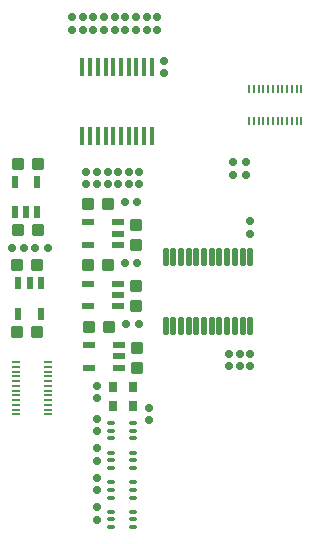
<source format=gbr>
G04*
G04 #@! TF.GenerationSoftware,Altium Limited,Altium Designer,24.9.1 (31)*
G04*
G04 Layer_Color=128*
%FSLAX44Y44*%
%MOMM*%
G71*
G04*
G04 #@! TF.SameCoordinates,B31CAF09-BB74-4FAA-89E9-8BE817FA7118*
G04*
G04*
G04 #@! TF.FilePolarity,Positive*
G04*
G01*
G75*
G04:AMPARAMS|DCode=17|XSize=0.65mm|YSize=0.6mm|CornerRadius=0.15mm|HoleSize=0mm|Usage=FLASHONLY|Rotation=270.000|XOffset=0mm|YOffset=0mm|HoleType=Round|Shape=RoundedRectangle|*
%AMROUNDEDRECTD17*
21,1,0.6500,0.3000,0,0,270.0*
21,1,0.3500,0.6000,0,0,270.0*
1,1,0.3000,-0.1500,-0.1750*
1,1,0.3000,-0.1500,0.1750*
1,1,0.3000,0.1500,0.1750*
1,1,0.3000,0.1500,-0.1750*
%
%ADD17ROUNDEDRECTD17*%
%ADD19R,0.6500X0.8500*%
%ADD21R,0.2300X0.7000*%
%ADD22R,0.7000X0.2300*%
%ADD24R,1.1000X0.6000*%
G04:AMPARAMS|DCode=25|XSize=0.65mm|YSize=0.6mm|CornerRadius=0.15mm|HoleSize=0mm|Usage=FLASHONLY|Rotation=180.000|XOffset=0mm|YOffset=0mm|HoleType=Round|Shape=RoundedRectangle|*
%AMROUNDEDRECTD25*
21,1,0.6500,0.3000,0,0,180.0*
21,1,0.3500,0.6000,0,0,180.0*
1,1,0.3000,-0.1750,0.1500*
1,1,0.3000,0.1750,0.1500*
1,1,0.3000,0.1750,-0.1500*
1,1,0.3000,-0.1750,-0.1500*
%
%ADD25ROUNDEDRECTD25*%
G04:AMPARAMS|DCode=26|XSize=1.1mm|YSize=1mm|CornerRadius=0.25mm|HoleSize=0mm|Usage=FLASHONLY|Rotation=180.000|XOffset=0mm|YOffset=0mm|HoleType=Round|Shape=RoundedRectangle|*
%AMROUNDEDRECTD26*
21,1,1.1000,0.5000,0,0,180.0*
21,1,0.6000,1.0000,0,0,180.0*
1,1,0.5000,-0.3000,0.2500*
1,1,0.5000,0.3000,0.2500*
1,1,0.5000,0.3000,-0.2500*
1,1,0.5000,-0.3000,-0.2500*
%
%ADD26ROUNDEDRECTD26*%
%ADD27R,0.6000X1.1000*%
G04:AMPARAMS|DCode=28|XSize=1.1mm|YSize=1mm|CornerRadius=0.25mm|HoleSize=0mm|Usage=FLASHONLY|Rotation=270.000|XOffset=0mm|YOffset=0mm|HoleType=Round|Shape=RoundedRectangle|*
%AMROUNDEDRECTD28*
21,1,1.1000,0.5000,0,0,270.0*
21,1,0.6000,1.0000,0,0,270.0*
1,1,0.5000,-0.2500,-0.3000*
1,1,0.5000,-0.2500,0.3000*
1,1,0.5000,0.2500,0.3000*
1,1,0.5000,0.2500,-0.3000*
%
%ADD28ROUNDEDRECTD28*%
G04:AMPARAMS|DCode=29|XSize=0.3mm|YSize=0.66mm|CornerRadius=0.075mm|HoleSize=0mm|Usage=FLASHONLY|Rotation=270.000|XOffset=0mm|YOffset=0mm|HoleType=Round|Shape=RoundedRectangle|*
%AMROUNDEDRECTD29*
21,1,0.3000,0.5100,0,0,270.0*
21,1,0.1500,0.6600,0,0,270.0*
1,1,0.1500,-0.2550,-0.0750*
1,1,0.1500,-0.2550,0.0750*
1,1,0.1500,0.2550,0.0750*
1,1,0.1500,0.2550,-0.0750*
%
%ADD29ROUNDEDRECTD29*%
G04:AMPARAMS|DCode=30|XSize=1.5mm|YSize=0.45mm|CornerRadius=0.1125mm|HoleSize=0mm|Usage=FLASHONLY|Rotation=90.000|XOffset=0mm|YOffset=0mm|HoleType=Round|Shape=RoundedRectangle|*
%AMROUNDEDRECTD30*
21,1,1.5000,0.2250,0,0,90.0*
21,1,1.2750,0.4500,0,0,90.0*
1,1,0.2250,0.1125,0.6375*
1,1,0.2250,0.1125,-0.6375*
1,1,0.2250,-0.1125,-0.6375*
1,1,0.2250,-0.1125,0.6375*
%
%ADD30ROUNDEDRECTD30*%
G04:AMPARAMS|DCode=31|XSize=1.5mm|YSize=0.4mm|CornerRadius=0.1mm|HoleSize=0mm|Usage=FLASHONLY|Rotation=90.000|XOffset=0mm|YOffset=0mm|HoleType=Round|Shape=RoundedRectangle|*
%AMROUNDEDRECTD31*
21,1,1.5000,0.2000,0,0,90.0*
21,1,1.3000,0.4000,0,0,90.0*
1,1,0.2000,0.1000,0.6500*
1,1,0.2000,0.1000,-0.6500*
1,1,0.2000,-0.1000,-0.6500*
1,1,0.2000,-0.1000,0.6500*
%
%ADD31ROUNDEDRECTD31*%
D17*
X205000Y320750D02*
D03*
Y331250D02*
D03*
X194000Y320750D02*
D03*
Y331250D02*
D03*
X70000Y323250D02*
D03*
Y312750D02*
D03*
X79000D02*
D03*
Y323250D02*
D03*
X88000Y312750D02*
D03*
Y323250D02*
D03*
X97000Y312750D02*
D03*
Y323250D02*
D03*
X106000D02*
D03*
Y312750D02*
D03*
X79000Y142250D02*
D03*
Y131750D02*
D03*
X123000Y123250D02*
D03*
Y112750D02*
D03*
X79000Y114250D02*
D03*
Y103750D02*
D03*
Y89250D02*
D03*
Y78750D02*
D03*
Y53750D02*
D03*
Y64250D02*
D03*
Y28750D02*
D03*
Y39250D02*
D03*
X191000Y158750D02*
D03*
Y169250D02*
D03*
X200000D02*
D03*
Y158750D02*
D03*
X209000Y169250D02*
D03*
Y158750D02*
D03*
Y281250D02*
D03*
Y270750D02*
D03*
X115000Y323250D02*
D03*
Y312750D02*
D03*
X121000Y443750D02*
D03*
Y454250D02*
D03*
X94000Y454250D02*
D03*
Y443750D02*
D03*
X58000Y443750D02*
D03*
Y454250D02*
D03*
X76000D02*
D03*
Y443750D02*
D03*
X85000Y454250D02*
D03*
Y443750D02*
D03*
X67000D02*
D03*
Y454250D02*
D03*
X103000Y443750D02*
D03*
Y454250D02*
D03*
X130000Y443750D02*
D03*
Y454250D02*
D03*
X112000Y454250D02*
D03*
Y443750D02*
D03*
X136000Y417250D02*
D03*
Y406750D02*
D03*
D19*
X109250Y140750D02*
D03*
X92750D02*
D03*
Y125250D02*
D03*
X109250D02*
D03*
D21*
X208000Y366450D02*
D03*
Y393550D02*
D03*
X212000Y366450D02*
D03*
Y393550D02*
D03*
X216000Y366450D02*
D03*
Y393550D02*
D03*
X220000Y366450D02*
D03*
Y393550D02*
D03*
X224000Y366450D02*
D03*
Y393550D02*
D03*
X228000Y366450D02*
D03*
Y393550D02*
D03*
X232000Y366450D02*
D03*
Y393550D02*
D03*
X236000Y366450D02*
D03*
Y393550D02*
D03*
X240000Y366450D02*
D03*
Y393550D02*
D03*
X244000Y366450D02*
D03*
Y393550D02*
D03*
X248000Y366450D02*
D03*
Y393550D02*
D03*
X252000Y366450D02*
D03*
Y393550D02*
D03*
D22*
X10450Y162000D02*
D03*
X37550D02*
D03*
X10450Y158000D02*
D03*
X37550D02*
D03*
X10450Y154000D02*
D03*
X37550D02*
D03*
X10450Y150000D02*
D03*
X37550D02*
D03*
X10450Y146000D02*
D03*
X37550D02*
D03*
X10450Y142000D02*
D03*
X37550D02*
D03*
X10450Y138000D02*
D03*
X37550D02*
D03*
X10450Y134000D02*
D03*
X37550D02*
D03*
X10450Y130000D02*
D03*
X37550D02*
D03*
X10450Y126000D02*
D03*
X37550D02*
D03*
X10450Y122000D02*
D03*
X37550D02*
D03*
X10450Y118000D02*
D03*
X37550D02*
D03*
D24*
X97000Y228500D02*
D03*
Y219000D02*
D03*
Y209500D02*
D03*
X71000D02*
D03*
Y228500D02*
D03*
X72000Y176500D02*
D03*
Y157500D02*
D03*
X98000D02*
D03*
Y167000D02*
D03*
Y176500D02*
D03*
X71000Y280500D02*
D03*
Y261500D02*
D03*
X97000D02*
D03*
Y271000D02*
D03*
Y280500D02*
D03*
D25*
X37250Y259000D02*
D03*
X26750D02*
D03*
X17250D02*
D03*
X6750D02*
D03*
X102750Y246000D02*
D03*
X113250D02*
D03*
X114250Y194000D02*
D03*
X103750D02*
D03*
X113250Y298000D02*
D03*
X102750D02*
D03*
D26*
X12500Y274000D02*
D03*
X29500D02*
D03*
Y330000D02*
D03*
X12500D02*
D03*
X71500Y244000D02*
D03*
X88500D02*
D03*
X11500D02*
D03*
X28500D02*
D03*
Y188000D02*
D03*
X11500D02*
D03*
X89500Y192000D02*
D03*
X72500D02*
D03*
X71500Y296000D02*
D03*
X88500D02*
D03*
D27*
X28500Y289000D02*
D03*
X19000D02*
D03*
X9500D02*
D03*
Y315000D02*
D03*
X28500D02*
D03*
X12500Y203000D02*
D03*
X31500D02*
D03*
Y229000D02*
D03*
X22000D02*
D03*
X12500D02*
D03*
D28*
X112000Y226500D02*
D03*
Y209500D02*
D03*
X113000Y157500D02*
D03*
Y174500D02*
D03*
X112000Y261500D02*
D03*
Y278500D02*
D03*
D29*
X90800Y110500D02*
D03*
Y104000D02*
D03*
Y97500D02*
D03*
X109200Y110500D02*
D03*
Y104000D02*
D03*
Y97500D02*
D03*
X90800Y85500D02*
D03*
Y79000D02*
D03*
Y72500D02*
D03*
X109200Y85500D02*
D03*
Y79000D02*
D03*
Y72500D02*
D03*
X90800Y60500D02*
D03*
Y54000D02*
D03*
Y47500D02*
D03*
X109200Y60500D02*
D03*
Y54000D02*
D03*
Y47500D02*
D03*
X90800Y35500D02*
D03*
Y29000D02*
D03*
Y22500D02*
D03*
X109200Y35500D02*
D03*
Y29000D02*
D03*
Y22500D02*
D03*
D30*
X202250Y193000D02*
D03*
X195750D02*
D03*
X189250D02*
D03*
X182750D02*
D03*
X176250D02*
D03*
X169750D02*
D03*
X163250D02*
D03*
X156750D02*
D03*
X150250D02*
D03*
X143750D02*
D03*
X137250D02*
D03*
Y251000D02*
D03*
X143750D02*
D03*
X150250D02*
D03*
X156750D02*
D03*
X163250D02*
D03*
X169750D02*
D03*
X176250D02*
D03*
X182750D02*
D03*
X189250D02*
D03*
X195750D02*
D03*
X202250D02*
D03*
X208750D02*
D03*
Y193000D02*
D03*
D31*
X125250Y412000D02*
D03*
X118750D02*
D03*
X112250D02*
D03*
X105750D02*
D03*
X99250D02*
D03*
X92750D02*
D03*
X86250D02*
D03*
X79750D02*
D03*
X73250D02*
D03*
X66750D02*
D03*
X66750Y354000D02*
D03*
X73250D02*
D03*
X79750D02*
D03*
X86250D02*
D03*
X92750D02*
D03*
X99250D02*
D03*
X105750D02*
D03*
X112250D02*
D03*
X118750D02*
D03*
X125250D02*
D03*
M02*

</source>
